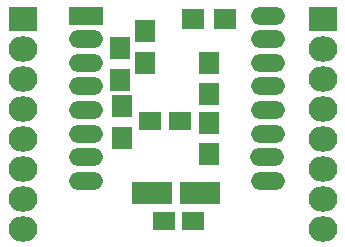
<source format=gbr>
G04 #@! TF.FileFunction,Soldermask,Bot*
%FSLAX46Y46*%
G04 Gerber Fmt 4.6, Leading zero omitted, Abs format (unit mm)*
G04 Created by KiCad (PCBNEW 4.0.2-stable) date 08/04/2016 14:29:52*
%MOMM*%
G01*
G04 APERTURE LIST*
%ADD10C,0.100000*%
%ADD11R,2.900000X1.500000*%
%ADD12O,2.900000X1.500000*%
%ADD13R,2.432000X2.127200*%
%ADD14O,2.432000X2.127200*%
%ADD15R,1.900000X1.650000*%
%ADD16R,1.700000X1.900000*%
%ADD17R,1.900000X1.700000*%
%ADD18R,3.399740X1.901140*%
G04 APERTURE END LIST*
D10*
D11*
X188276000Y-111252000D03*
D12*
X188276000Y-113252000D03*
X188276000Y-115252000D03*
X188276000Y-117252000D03*
X188276000Y-119252000D03*
X188276000Y-121252000D03*
X188276000Y-123252000D03*
X188276000Y-125252000D03*
X203676000Y-125252000D03*
X203576000Y-123252000D03*
X203676000Y-121252000D03*
X203676000Y-119252000D03*
X203676000Y-117252000D03*
X203676000Y-115252000D03*
X203676000Y-113252000D03*
X203676000Y-111252000D03*
D13*
X182880000Y-111506000D03*
D14*
X182880000Y-114046000D03*
X182880000Y-116586000D03*
X182880000Y-119126000D03*
X182880000Y-121666000D03*
X182880000Y-124206000D03*
X182880000Y-126746000D03*
X182880000Y-129286000D03*
D13*
X208280000Y-111506000D03*
D14*
X208280000Y-114046000D03*
X208280000Y-116586000D03*
X208280000Y-119126000D03*
X208280000Y-121666000D03*
X208280000Y-124206000D03*
X208280000Y-126746000D03*
X208280000Y-129286000D03*
D15*
X196180000Y-120170000D03*
X193680000Y-120170000D03*
D16*
X193260000Y-112560000D03*
X193260000Y-115260000D03*
X191110000Y-116690000D03*
X191110000Y-113990000D03*
X191330000Y-121600000D03*
X191330000Y-118900000D03*
D17*
X197278000Y-111506000D03*
X199978000Y-111506000D03*
D16*
X198628000Y-117936000D03*
X198628000Y-115236000D03*
X198628000Y-120316000D03*
X198628000Y-123016000D03*
D18*
X197858980Y-126290000D03*
X193861020Y-126290000D03*
D15*
X194830000Y-128640000D03*
X197330000Y-128640000D03*
M02*

</source>
